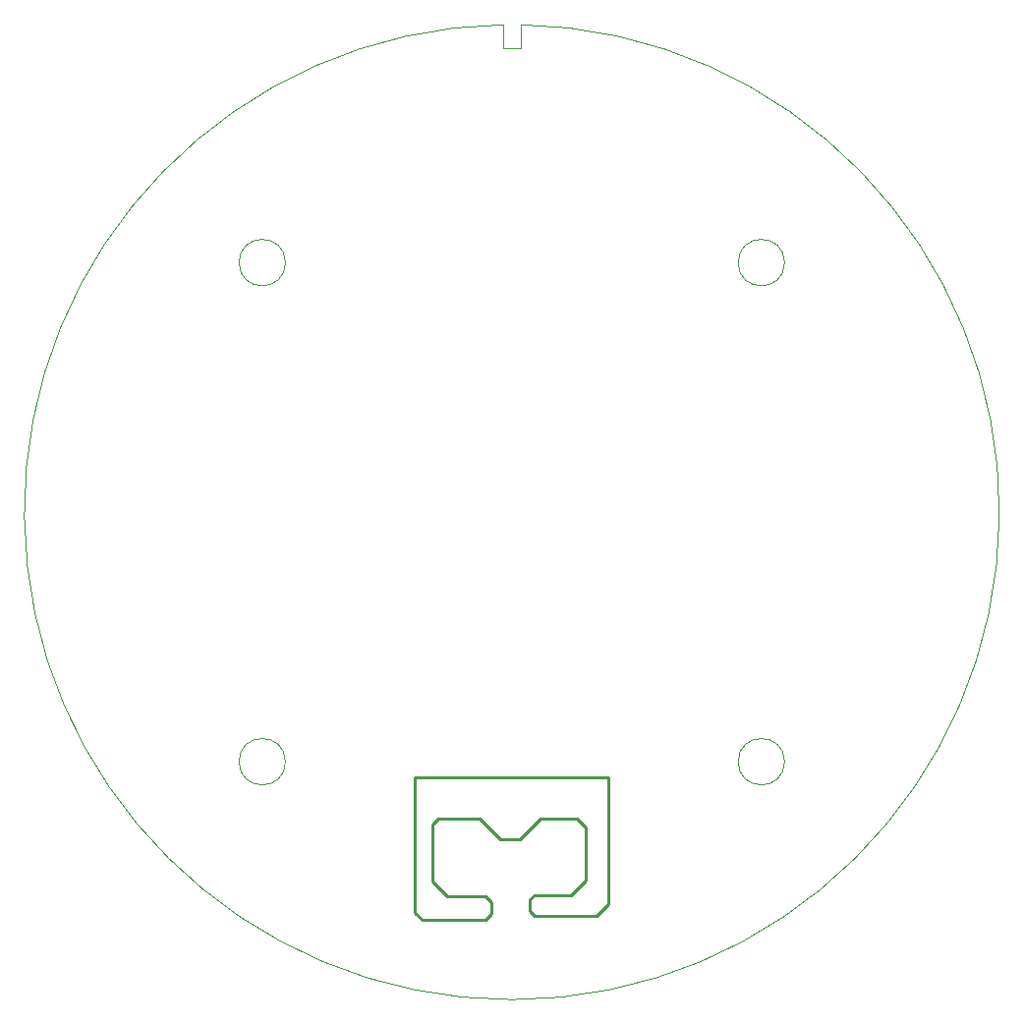
<source format=gm1>
G04*
G04 #@! TF.GenerationSoftware,Altium Limited,Altium Designer,20.2.6 (244)*
G04*
G04 Layer_Color=16711935*
%FSLAX43Y43*%
%MOMM*%
G71*
G04*
G04 #@! TF.SameCoordinates,C84C0C97-952F-48A7-9790-35694251DD82*
G04*
G04*
G04 #@! TF.FilePolarity,Positive*
G04*
G01*
G75*
%ADD92C,0.254*%
%ADD94C,0.013*%
D92*
X49784Y19177D02*
X50292D01*
Y18923D02*
Y19177D01*
Y8255D02*
Y18923D01*
X49276Y7239D02*
X50292Y8255D01*
X43942Y7239D02*
X49276D01*
X43561Y7620D02*
X43942Y7239D01*
X43561Y7620D02*
Y8636D01*
X43942Y9017D01*
X47117D01*
X48387Y10287D01*
Y14859D01*
X47625Y15621D02*
X48387Y14859D01*
X44450Y15621D02*
X47625D01*
X42672Y13843D02*
X44450Y15621D01*
X41021Y13843D02*
X42672D01*
X39243Y15621D02*
X41021Y13843D01*
X35687Y15621D02*
X39243D01*
X35179Y15113D02*
X35687Y15621D01*
X35179Y10160D02*
Y15113D01*
Y10160D02*
X36449Y8890D01*
X39751D01*
X40259Y8382D01*
Y7366D02*
Y8382D01*
X39751Y6858D02*
X40259Y7366D01*
X34290Y6858D02*
X39751D01*
X33655Y7493D02*
X34290Y6858D01*
X33655Y7493D02*
Y19177D01*
X49784D01*
D94*
X41256Y84000D02*
G03*
X42756Y84000I750J-41993D01*
G01*
X22500Y20506D02*
G03*
X22500Y20506I-2000J0D01*
G01*
X65500D02*
G03*
X65500Y20506I-2000J0D01*
G01*
Y63506D02*
G03*
X65500Y63506I-2000J0D01*
G01*
X22500D02*
G03*
X22500Y63506I-2000J0D01*
G01*
X42756Y82006D02*
Y84000D01*
X41256Y82006D02*
X42756D01*
X41256D02*
Y84000D01*
M02*

</source>
